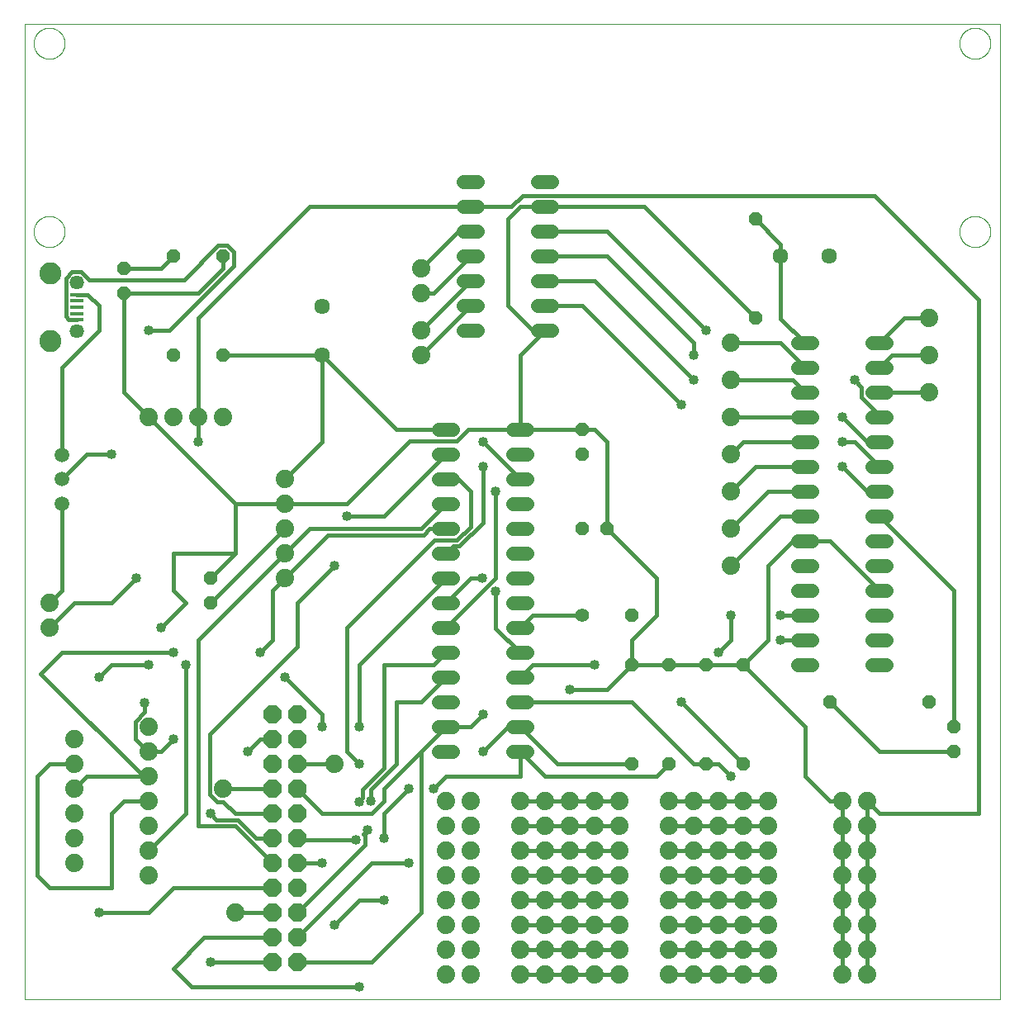
<source format=gtl>
G75*
%MOIN*%
%OFA0B0*%
%FSLAX25Y25*%
%IPPOS*%
%LPD*%
%AMOC8*
5,1,8,0,0,1.08239X$1,22.5*
%
%ADD10C,0.00000*%
%ADD11R,0.05315X0.01575*%
%ADD12C,0.05746*%
%ADD13C,0.08858*%
%ADD14C,0.07400*%
%ADD15C,0.05943*%
%ADD16OC8,0.05600*%
%ADD17C,0.06337*%
%ADD18C,0.05600*%
%ADD19OC8,0.07400*%
%ADD20C,0.05600*%
%ADD21C,0.01600*%
%ADD22C,0.04000*%
D10*
X0091250Y0003333D02*
X0091250Y0397034D01*
X0484951Y0397034D01*
X0484951Y0003333D01*
X0091250Y0003333D01*
X0095000Y0313333D02*
X0095002Y0313491D01*
X0095008Y0313648D01*
X0095018Y0313806D01*
X0095032Y0313963D01*
X0095050Y0314119D01*
X0095071Y0314276D01*
X0095097Y0314431D01*
X0095127Y0314586D01*
X0095160Y0314740D01*
X0095198Y0314893D01*
X0095239Y0315046D01*
X0095284Y0315197D01*
X0095333Y0315347D01*
X0095386Y0315495D01*
X0095442Y0315643D01*
X0095503Y0315788D01*
X0095566Y0315933D01*
X0095634Y0316075D01*
X0095705Y0316216D01*
X0095779Y0316355D01*
X0095857Y0316492D01*
X0095939Y0316627D01*
X0096023Y0316760D01*
X0096112Y0316891D01*
X0096203Y0317019D01*
X0096298Y0317146D01*
X0096395Y0317269D01*
X0096496Y0317391D01*
X0096600Y0317509D01*
X0096707Y0317625D01*
X0096817Y0317738D01*
X0096929Y0317849D01*
X0097045Y0317956D01*
X0097163Y0318061D01*
X0097283Y0318163D01*
X0097406Y0318261D01*
X0097532Y0318357D01*
X0097660Y0318449D01*
X0097790Y0318538D01*
X0097922Y0318624D01*
X0098057Y0318706D01*
X0098194Y0318785D01*
X0098332Y0318860D01*
X0098472Y0318932D01*
X0098615Y0319000D01*
X0098758Y0319065D01*
X0098904Y0319126D01*
X0099051Y0319183D01*
X0099199Y0319237D01*
X0099349Y0319287D01*
X0099499Y0319333D01*
X0099651Y0319375D01*
X0099804Y0319414D01*
X0099958Y0319448D01*
X0100113Y0319479D01*
X0100268Y0319505D01*
X0100424Y0319528D01*
X0100581Y0319547D01*
X0100738Y0319562D01*
X0100895Y0319573D01*
X0101053Y0319580D01*
X0101211Y0319583D01*
X0101368Y0319582D01*
X0101526Y0319577D01*
X0101683Y0319568D01*
X0101841Y0319555D01*
X0101997Y0319538D01*
X0102154Y0319517D01*
X0102309Y0319493D01*
X0102464Y0319464D01*
X0102619Y0319431D01*
X0102772Y0319395D01*
X0102925Y0319354D01*
X0103076Y0319310D01*
X0103226Y0319262D01*
X0103375Y0319211D01*
X0103523Y0319155D01*
X0103669Y0319096D01*
X0103814Y0319033D01*
X0103957Y0318966D01*
X0104098Y0318896D01*
X0104237Y0318823D01*
X0104375Y0318746D01*
X0104511Y0318665D01*
X0104644Y0318581D01*
X0104775Y0318494D01*
X0104904Y0318403D01*
X0105031Y0318309D01*
X0105156Y0318212D01*
X0105277Y0318112D01*
X0105397Y0318009D01*
X0105513Y0317903D01*
X0105627Y0317794D01*
X0105739Y0317682D01*
X0105847Y0317568D01*
X0105952Y0317450D01*
X0106055Y0317330D01*
X0106154Y0317208D01*
X0106250Y0317083D01*
X0106343Y0316955D01*
X0106433Y0316826D01*
X0106519Y0316694D01*
X0106603Y0316560D01*
X0106682Y0316424D01*
X0106759Y0316286D01*
X0106831Y0316146D01*
X0106900Y0316004D01*
X0106966Y0315861D01*
X0107028Y0315716D01*
X0107086Y0315569D01*
X0107141Y0315421D01*
X0107192Y0315272D01*
X0107239Y0315121D01*
X0107282Y0314970D01*
X0107321Y0314817D01*
X0107357Y0314663D01*
X0107388Y0314509D01*
X0107416Y0314354D01*
X0107440Y0314198D01*
X0107460Y0314041D01*
X0107476Y0313884D01*
X0107488Y0313727D01*
X0107496Y0313570D01*
X0107500Y0313412D01*
X0107500Y0313254D01*
X0107496Y0313096D01*
X0107488Y0312939D01*
X0107476Y0312782D01*
X0107460Y0312625D01*
X0107440Y0312468D01*
X0107416Y0312312D01*
X0107388Y0312157D01*
X0107357Y0312003D01*
X0107321Y0311849D01*
X0107282Y0311696D01*
X0107239Y0311545D01*
X0107192Y0311394D01*
X0107141Y0311245D01*
X0107086Y0311097D01*
X0107028Y0310950D01*
X0106966Y0310805D01*
X0106900Y0310662D01*
X0106831Y0310520D01*
X0106759Y0310380D01*
X0106682Y0310242D01*
X0106603Y0310106D01*
X0106519Y0309972D01*
X0106433Y0309840D01*
X0106343Y0309711D01*
X0106250Y0309583D01*
X0106154Y0309458D01*
X0106055Y0309336D01*
X0105952Y0309216D01*
X0105847Y0309098D01*
X0105739Y0308984D01*
X0105627Y0308872D01*
X0105513Y0308763D01*
X0105397Y0308657D01*
X0105277Y0308554D01*
X0105156Y0308454D01*
X0105031Y0308357D01*
X0104904Y0308263D01*
X0104775Y0308172D01*
X0104644Y0308085D01*
X0104511Y0308001D01*
X0104375Y0307920D01*
X0104237Y0307843D01*
X0104098Y0307770D01*
X0103957Y0307700D01*
X0103814Y0307633D01*
X0103669Y0307570D01*
X0103523Y0307511D01*
X0103375Y0307455D01*
X0103226Y0307404D01*
X0103076Y0307356D01*
X0102925Y0307312D01*
X0102772Y0307271D01*
X0102619Y0307235D01*
X0102464Y0307202D01*
X0102309Y0307173D01*
X0102154Y0307149D01*
X0101997Y0307128D01*
X0101841Y0307111D01*
X0101683Y0307098D01*
X0101526Y0307089D01*
X0101368Y0307084D01*
X0101211Y0307083D01*
X0101053Y0307086D01*
X0100895Y0307093D01*
X0100738Y0307104D01*
X0100581Y0307119D01*
X0100424Y0307138D01*
X0100268Y0307161D01*
X0100113Y0307187D01*
X0099958Y0307218D01*
X0099804Y0307252D01*
X0099651Y0307291D01*
X0099499Y0307333D01*
X0099349Y0307379D01*
X0099199Y0307429D01*
X0099051Y0307483D01*
X0098904Y0307540D01*
X0098758Y0307601D01*
X0098615Y0307666D01*
X0098472Y0307734D01*
X0098332Y0307806D01*
X0098194Y0307881D01*
X0098057Y0307960D01*
X0097922Y0308042D01*
X0097790Y0308128D01*
X0097660Y0308217D01*
X0097532Y0308309D01*
X0097406Y0308405D01*
X0097283Y0308503D01*
X0097163Y0308605D01*
X0097045Y0308710D01*
X0096929Y0308817D01*
X0096817Y0308928D01*
X0096707Y0309041D01*
X0096600Y0309157D01*
X0096496Y0309275D01*
X0096395Y0309397D01*
X0096298Y0309520D01*
X0096203Y0309647D01*
X0096112Y0309775D01*
X0096023Y0309906D01*
X0095939Y0310039D01*
X0095857Y0310174D01*
X0095779Y0310311D01*
X0095705Y0310450D01*
X0095634Y0310591D01*
X0095566Y0310733D01*
X0095503Y0310878D01*
X0095442Y0311023D01*
X0095386Y0311171D01*
X0095333Y0311319D01*
X0095284Y0311469D01*
X0095239Y0311620D01*
X0095198Y0311773D01*
X0095160Y0311926D01*
X0095127Y0312080D01*
X0095097Y0312235D01*
X0095071Y0312390D01*
X0095050Y0312547D01*
X0095032Y0312703D01*
X0095018Y0312860D01*
X0095008Y0313018D01*
X0095002Y0313175D01*
X0095000Y0313333D01*
X0095000Y0389333D02*
X0095002Y0389491D01*
X0095008Y0389648D01*
X0095018Y0389806D01*
X0095032Y0389963D01*
X0095050Y0390119D01*
X0095071Y0390276D01*
X0095097Y0390431D01*
X0095127Y0390586D01*
X0095160Y0390740D01*
X0095198Y0390893D01*
X0095239Y0391046D01*
X0095284Y0391197D01*
X0095333Y0391347D01*
X0095386Y0391495D01*
X0095442Y0391643D01*
X0095503Y0391788D01*
X0095566Y0391933D01*
X0095634Y0392075D01*
X0095705Y0392216D01*
X0095779Y0392355D01*
X0095857Y0392492D01*
X0095939Y0392627D01*
X0096023Y0392760D01*
X0096112Y0392891D01*
X0096203Y0393019D01*
X0096298Y0393146D01*
X0096395Y0393269D01*
X0096496Y0393391D01*
X0096600Y0393509D01*
X0096707Y0393625D01*
X0096817Y0393738D01*
X0096929Y0393849D01*
X0097045Y0393956D01*
X0097163Y0394061D01*
X0097283Y0394163D01*
X0097406Y0394261D01*
X0097532Y0394357D01*
X0097660Y0394449D01*
X0097790Y0394538D01*
X0097922Y0394624D01*
X0098057Y0394706D01*
X0098194Y0394785D01*
X0098332Y0394860D01*
X0098472Y0394932D01*
X0098615Y0395000D01*
X0098758Y0395065D01*
X0098904Y0395126D01*
X0099051Y0395183D01*
X0099199Y0395237D01*
X0099349Y0395287D01*
X0099499Y0395333D01*
X0099651Y0395375D01*
X0099804Y0395414D01*
X0099958Y0395448D01*
X0100113Y0395479D01*
X0100268Y0395505D01*
X0100424Y0395528D01*
X0100581Y0395547D01*
X0100738Y0395562D01*
X0100895Y0395573D01*
X0101053Y0395580D01*
X0101211Y0395583D01*
X0101368Y0395582D01*
X0101526Y0395577D01*
X0101683Y0395568D01*
X0101841Y0395555D01*
X0101997Y0395538D01*
X0102154Y0395517D01*
X0102309Y0395493D01*
X0102464Y0395464D01*
X0102619Y0395431D01*
X0102772Y0395395D01*
X0102925Y0395354D01*
X0103076Y0395310D01*
X0103226Y0395262D01*
X0103375Y0395211D01*
X0103523Y0395155D01*
X0103669Y0395096D01*
X0103814Y0395033D01*
X0103957Y0394966D01*
X0104098Y0394896D01*
X0104237Y0394823D01*
X0104375Y0394746D01*
X0104511Y0394665D01*
X0104644Y0394581D01*
X0104775Y0394494D01*
X0104904Y0394403D01*
X0105031Y0394309D01*
X0105156Y0394212D01*
X0105277Y0394112D01*
X0105397Y0394009D01*
X0105513Y0393903D01*
X0105627Y0393794D01*
X0105739Y0393682D01*
X0105847Y0393568D01*
X0105952Y0393450D01*
X0106055Y0393330D01*
X0106154Y0393208D01*
X0106250Y0393083D01*
X0106343Y0392955D01*
X0106433Y0392826D01*
X0106519Y0392694D01*
X0106603Y0392560D01*
X0106682Y0392424D01*
X0106759Y0392286D01*
X0106831Y0392146D01*
X0106900Y0392004D01*
X0106966Y0391861D01*
X0107028Y0391716D01*
X0107086Y0391569D01*
X0107141Y0391421D01*
X0107192Y0391272D01*
X0107239Y0391121D01*
X0107282Y0390970D01*
X0107321Y0390817D01*
X0107357Y0390663D01*
X0107388Y0390509D01*
X0107416Y0390354D01*
X0107440Y0390198D01*
X0107460Y0390041D01*
X0107476Y0389884D01*
X0107488Y0389727D01*
X0107496Y0389570D01*
X0107500Y0389412D01*
X0107500Y0389254D01*
X0107496Y0389096D01*
X0107488Y0388939D01*
X0107476Y0388782D01*
X0107460Y0388625D01*
X0107440Y0388468D01*
X0107416Y0388312D01*
X0107388Y0388157D01*
X0107357Y0388003D01*
X0107321Y0387849D01*
X0107282Y0387696D01*
X0107239Y0387545D01*
X0107192Y0387394D01*
X0107141Y0387245D01*
X0107086Y0387097D01*
X0107028Y0386950D01*
X0106966Y0386805D01*
X0106900Y0386662D01*
X0106831Y0386520D01*
X0106759Y0386380D01*
X0106682Y0386242D01*
X0106603Y0386106D01*
X0106519Y0385972D01*
X0106433Y0385840D01*
X0106343Y0385711D01*
X0106250Y0385583D01*
X0106154Y0385458D01*
X0106055Y0385336D01*
X0105952Y0385216D01*
X0105847Y0385098D01*
X0105739Y0384984D01*
X0105627Y0384872D01*
X0105513Y0384763D01*
X0105397Y0384657D01*
X0105277Y0384554D01*
X0105156Y0384454D01*
X0105031Y0384357D01*
X0104904Y0384263D01*
X0104775Y0384172D01*
X0104644Y0384085D01*
X0104511Y0384001D01*
X0104375Y0383920D01*
X0104237Y0383843D01*
X0104098Y0383770D01*
X0103957Y0383700D01*
X0103814Y0383633D01*
X0103669Y0383570D01*
X0103523Y0383511D01*
X0103375Y0383455D01*
X0103226Y0383404D01*
X0103076Y0383356D01*
X0102925Y0383312D01*
X0102772Y0383271D01*
X0102619Y0383235D01*
X0102464Y0383202D01*
X0102309Y0383173D01*
X0102154Y0383149D01*
X0101997Y0383128D01*
X0101841Y0383111D01*
X0101683Y0383098D01*
X0101526Y0383089D01*
X0101368Y0383084D01*
X0101211Y0383083D01*
X0101053Y0383086D01*
X0100895Y0383093D01*
X0100738Y0383104D01*
X0100581Y0383119D01*
X0100424Y0383138D01*
X0100268Y0383161D01*
X0100113Y0383187D01*
X0099958Y0383218D01*
X0099804Y0383252D01*
X0099651Y0383291D01*
X0099499Y0383333D01*
X0099349Y0383379D01*
X0099199Y0383429D01*
X0099051Y0383483D01*
X0098904Y0383540D01*
X0098758Y0383601D01*
X0098615Y0383666D01*
X0098472Y0383734D01*
X0098332Y0383806D01*
X0098194Y0383881D01*
X0098057Y0383960D01*
X0097922Y0384042D01*
X0097790Y0384128D01*
X0097660Y0384217D01*
X0097532Y0384309D01*
X0097406Y0384405D01*
X0097283Y0384503D01*
X0097163Y0384605D01*
X0097045Y0384710D01*
X0096929Y0384817D01*
X0096817Y0384928D01*
X0096707Y0385041D01*
X0096600Y0385157D01*
X0096496Y0385275D01*
X0096395Y0385397D01*
X0096298Y0385520D01*
X0096203Y0385647D01*
X0096112Y0385775D01*
X0096023Y0385906D01*
X0095939Y0386039D01*
X0095857Y0386174D01*
X0095779Y0386311D01*
X0095705Y0386450D01*
X0095634Y0386591D01*
X0095566Y0386733D01*
X0095503Y0386878D01*
X0095442Y0387023D01*
X0095386Y0387171D01*
X0095333Y0387319D01*
X0095284Y0387469D01*
X0095239Y0387620D01*
X0095198Y0387773D01*
X0095160Y0387926D01*
X0095127Y0388080D01*
X0095097Y0388235D01*
X0095071Y0388390D01*
X0095050Y0388547D01*
X0095032Y0388703D01*
X0095018Y0388860D01*
X0095008Y0389018D01*
X0095002Y0389175D01*
X0095000Y0389333D01*
X0468700Y0389333D02*
X0468702Y0389491D01*
X0468708Y0389648D01*
X0468718Y0389806D01*
X0468732Y0389963D01*
X0468750Y0390119D01*
X0468771Y0390276D01*
X0468797Y0390431D01*
X0468827Y0390586D01*
X0468860Y0390740D01*
X0468898Y0390893D01*
X0468939Y0391046D01*
X0468984Y0391197D01*
X0469033Y0391347D01*
X0469086Y0391495D01*
X0469142Y0391643D01*
X0469203Y0391788D01*
X0469266Y0391933D01*
X0469334Y0392075D01*
X0469405Y0392216D01*
X0469479Y0392355D01*
X0469557Y0392492D01*
X0469639Y0392627D01*
X0469723Y0392760D01*
X0469812Y0392891D01*
X0469903Y0393019D01*
X0469998Y0393146D01*
X0470095Y0393269D01*
X0470196Y0393391D01*
X0470300Y0393509D01*
X0470407Y0393625D01*
X0470517Y0393738D01*
X0470629Y0393849D01*
X0470745Y0393956D01*
X0470863Y0394061D01*
X0470983Y0394163D01*
X0471106Y0394261D01*
X0471232Y0394357D01*
X0471360Y0394449D01*
X0471490Y0394538D01*
X0471622Y0394624D01*
X0471757Y0394706D01*
X0471894Y0394785D01*
X0472032Y0394860D01*
X0472172Y0394932D01*
X0472315Y0395000D01*
X0472458Y0395065D01*
X0472604Y0395126D01*
X0472751Y0395183D01*
X0472899Y0395237D01*
X0473049Y0395287D01*
X0473199Y0395333D01*
X0473351Y0395375D01*
X0473504Y0395414D01*
X0473658Y0395448D01*
X0473813Y0395479D01*
X0473968Y0395505D01*
X0474124Y0395528D01*
X0474281Y0395547D01*
X0474438Y0395562D01*
X0474595Y0395573D01*
X0474753Y0395580D01*
X0474911Y0395583D01*
X0475068Y0395582D01*
X0475226Y0395577D01*
X0475383Y0395568D01*
X0475541Y0395555D01*
X0475697Y0395538D01*
X0475854Y0395517D01*
X0476009Y0395493D01*
X0476164Y0395464D01*
X0476319Y0395431D01*
X0476472Y0395395D01*
X0476625Y0395354D01*
X0476776Y0395310D01*
X0476926Y0395262D01*
X0477075Y0395211D01*
X0477223Y0395155D01*
X0477369Y0395096D01*
X0477514Y0395033D01*
X0477657Y0394966D01*
X0477798Y0394896D01*
X0477937Y0394823D01*
X0478075Y0394746D01*
X0478211Y0394665D01*
X0478344Y0394581D01*
X0478475Y0394494D01*
X0478604Y0394403D01*
X0478731Y0394309D01*
X0478856Y0394212D01*
X0478977Y0394112D01*
X0479097Y0394009D01*
X0479213Y0393903D01*
X0479327Y0393794D01*
X0479439Y0393682D01*
X0479547Y0393568D01*
X0479652Y0393450D01*
X0479755Y0393330D01*
X0479854Y0393208D01*
X0479950Y0393083D01*
X0480043Y0392955D01*
X0480133Y0392826D01*
X0480219Y0392694D01*
X0480303Y0392560D01*
X0480382Y0392424D01*
X0480459Y0392286D01*
X0480531Y0392146D01*
X0480600Y0392004D01*
X0480666Y0391861D01*
X0480728Y0391716D01*
X0480786Y0391569D01*
X0480841Y0391421D01*
X0480892Y0391272D01*
X0480939Y0391121D01*
X0480982Y0390970D01*
X0481021Y0390817D01*
X0481057Y0390663D01*
X0481088Y0390509D01*
X0481116Y0390354D01*
X0481140Y0390198D01*
X0481160Y0390041D01*
X0481176Y0389884D01*
X0481188Y0389727D01*
X0481196Y0389570D01*
X0481200Y0389412D01*
X0481200Y0389254D01*
X0481196Y0389096D01*
X0481188Y0388939D01*
X0481176Y0388782D01*
X0481160Y0388625D01*
X0481140Y0388468D01*
X0481116Y0388312D01*
X0481088Y0388157D01*
X0481057Y0388003D01*
X0481021Y0387849D01*
X0480982Y0387696D01*
X0480939Y0387545D01*
X0480892Y0387394D01*
X0480841Y0387245D01*
X0480786Y0387097D01*
X0480728Y0386950D01*
X0480666Y0386805D01*
X0480600Y0386662D01*
X0480531Y0386520D01*
X0480459Y0386380D01*
X0480382Y0386242D01*
X0480303Y0386106D01*
X0480219Y0385972D01*
X0480133Y0385840D01*
X0480043Y0385711D01*
X0479950Y0385583D01*
X0479854Y0385458D01*
X0479755Y0385336D01*
X0479652Y0385216D01*
X0479547Y0385098D01*
X0479439Y0384984D01*
X0479327Y0384872D01*
X0479213Y0384763D01*
X0479097Y0384657D01*
X0478977Y0384554D01*
X0478856Y0384454D01*
X0478731Y0384357D01*
X0478604Y0384263D01*
X0478475Y0384172D01*
X0478344Y0384085D01*
X0478211Y0384001D01*
X0478075Y0383920D01*
X0477937Y0383843D01*
X0477798Y0383770D01*
X0477657Y0383700D01*
X0477514Y0383633D01*
X0477369Y0383570D01*
X0477223Y0383511D01*
X0477075Y0383455D01*
X0476926Y0383404D01*
X0476776Y0383356D01*
X0476625Y0383312D01*
X0476472Y0383271D01*
X0476319Y0383235D01*
X0476164Y0383202D01*
X0476009Y0383173D01*
X0475854Y0383149D01*
X0475697Y0383128D01*
X0475541Y0383111D01*
X0475383Y0383098D01*
X0475226Y0383089D01*
X0475068Y0383084D01*
X0474911Y0383083D01*
X0474753Y0383086D01*
X0474595Y0383093D01*
X0474438Y0383104D01*
X0474281Y0383119D01*
X0474124Y0383138D01*
X0473968Y0383161D01*
X0473813Y0383187D01*
X0473658Y0383218D01*
X0473504Y0383252D01*
X0473351Y0383291D01*
X0473199Y0383333D01*
X0473049Y0383379D01*
X0472899Y0383429D01*
X0472751Y0383483D01*
X0472604Y0383540D01*
X0472458Y0383601D01*
X0472315Y0383666D01*
X0472172Y0383734D01*
X0472032Y0383806D01*
X0471894Y0383881D01*
X0471757Y0383960D01*
X0471622Y0384042D01*
X0471490Y0384128D01*
X0471360Y0384217D01*
X0471232Y0384309D01*
X0471106Y0384405D01*
X0470983Y0384503D01*
X0470863Y0384605D01*
X0470745Y0384710D01*
X0470629Y0384817D01*
X0470517Y0384928D01*
X0470407Y0385041D01*
X0470300Y0385157D01*
X0470196Y0385275D01*
X0470095Y0385397D01*
X0469998Y0385520D01*
X0469903Y0385647D01*
X0469812Y0385775D01*
X0469723Y0385906D01*
X0469639Y0386039D01*
X0469557Y0386174D01*
X0469479Y0386311D01*
X0469405Y0386450D01*
X0469334Y0386591D01*
X0469266Y0386733D01*
X0469203Y0386878D01*
X0469142Y0387023D01*
X0469086Y0387171D01*
X0469033Y0387319D01*
X0468984Y0387469D01*
X0468939Y0387620D01*
X0468898Y0387773D01*
X0468860Y0387926D01*
X0468827Y0388080D01*
X0468797Y0388235D01*
X0468771Y0388390D01*
X0468750Y0388547D01*
X0468732Y0388703D01*
X0468718Y0388860D01*
X0468708Y0389018D01*
X0468702Y0389175D01*
X0468700Y0389333D01*
X0468700Y0313333D02*
X0468702Y0313491D01*
X0468708Y0313648D01*
X0468718Y0313806D01*
X0468732Y0313963D01*
X0468750Y0314119D01*
X0468771Y0314276D01*
X0468797Y0314431D01*
X0468827Y0314586D01*
X0468860Y0314740D01*
X0468898Y0314893D01*
X0468939Y0315046D01*
X0468984Y0315197D01*
X0469033Y0315347D01*
X0469086Y0315495D01*
X0469142Y0315643D01*
X0469203Y0315788D01*
X0469266Y0315933D01*
X0469334Y0316075D01*
X0469405Y0316216D01*
X0469479Y0316355D01*
X0469557Y0316492D01*
X0469639Y0316627D01*
X0469723Y0316760D01*
X0469812Y0316891D01*
X0469903Y0317019D01*
X0469998Y0317146D01*
X0470095Y0317269D01*
X0470196Y0317391D01*
X0470300Y0317509D01*
X0470407Y0317625D01*
X0470517Y0317738D01*
X0470629Y0317849D01*
X0470745Y0317956D01*
X0470863Y0318061D01*
X0470983Y0318163D01*
X0471106Y0318261D01*
X0471232Y0318357D01*
X0471360Y0318449D01*
X0471490Y0318538D01*
X0471622Y0318624D01*
X0471757Y0318706D01*
X0471894Y0318785D01*
X0472032Y0318860D01*
X0472172Y0318932D01*
X0472315Y0319000D01*
X0472458Y0319065D01*
X0472604Y0319126D01*
X0472751Y0319183D01*
X0472899Y0319237D01*
X0473049Y0319287D01*
X0473199Y0319333D01*
X0473351Y0319375D01*
X0473504Y0319414D01*
X0473658Y0319448D01*
X0473813Y0319479D01*
X0473968Y0319505D01*
X0474124Y0319528D01*
X0474281Y0319547D01*
X0474438Y0319562D01*
X0474595Y0319573D01*
X0474753Y0319580D01*
X0474911Y0319583D01*
X0475068Y0319582D01*
X0475226Y0319577D01*
X0475383Y0319568D01*
X0475541Y0319555D01*
X0475697Y0319538D01*
X0475854Y0319517D01*
X0476009Y0319493D01*
X0476164Y0319464D01*
X0476319Y0319431D01*
X0476472Y0319395D01*
X0476625Y0319354D01*
X0476776Y0319310D01*
X0476926Y0319262D01*
X0477075Y0319211D01*
X0477223Y0319155D01*
X0477369Y0319096D01*
X0477514Y0319033D01*
X0477657Y0318966D01*
X0477798Y0318896D01*
X0477937Y0318823D01*
X0478075Y0318746D01*
X0478211Y0318665D01*
X0478344Y0318581D01*
X0478475Y0318494D01*
X0478604Y0318403D01*
X0478731Y0318309D01*
X0478856Y0318212D01*
X0478977Y0318112D01*
X0479097Y0318009D01*
X0479213Y0317903D01*
X0479327Y0317794D01*
X0479439Y0317682D01*
X0479547Y0317568D01*
X0479652Y0317450D01*
X0479755Y0317330D01*
X0479854Y0317208D01*
X0479950Y0317083D01*
X0480043Y0316955D01*
X0480133Y0316826D01*
X0480219Y0316694D01*
X0480303Y0316560D01*
X0480382Y0316424D01*
X0480459Y0316286D01*
X0480531Y0316146D01*
X0480600Y0316004D01*
X0480666Y0315861D01*
X0480728Y0315716D01*
X0480786Y0315569D01*
X0480841Y0315421D01*
X0480892Y0315272D01*
X0480939Y0315121D01*
X0480982Y0314970D01*
X0481021Y0314817D01*
X0481057Y0314663D01*
X0481088Y0314509D01*
X0481116Y0314354D01*
X0481140Y0314198D01*
X0481160Y0314041D01*
X0481176Y0313884D01*
X0481188Y0313727D01*
X0481196Y0313570D01*
X0481200Y0313412D01*
X0481200Y0313254D01*
X0481196Y0313096D01*
X0481188Y0312939D01*
X0481176Y0312782D01*
X0481160Y0312625D01*
X0481140Y0312468D01*
X0481116Y0312312D01*
X0481088Y0312157D01*
X0481057Y0312003D01*
X0481021Y0311849D01*
X0480982Y0311696D01*
X0480939Y0311545D01*
X0480892Y0311394D01*
X0480841Y0311245D01*
X0480786Y0311097D01*
X0480728Y0310950D01*
X0480666Y0310805D01*
X0480600Y0310662D01*
X0480531Y0310520D01*
X0480459Y0310380D01*
X0480382Y0310242D01*
X0480303Y0310106D01*
X0480219Y0309972D01*
X0480133Y0309840D01*
X0480043Y0309711D01*
X0479950Y0309583D01*
X0479854Y0309458D01*
X0479755Y0309336D01*
X0479652Y0309216D01*
X0479547Y0309098D01*
X0479439Y0308984D01*
X0479327Y0308872D01*
X0479213Y0308763D01*
X0479097Y0308657D01*
X0478977Y0308554D01*
X0478856Y0308454D01*
X0478731Y0308357D01*
X0478604Y0308263D01*
X0478475Y0308172D01*
X0478344Y0308085D01*
X0478211Y0308001D01*
X0478075Y0307920D01*
X0477937Y0307843D01*
X0477798Y0307770D01*
X0477657Y0307700D01*
X0477514Y0307633D01*
X0477369Y0307570D01*
X0477223Y0307511D01*
X0477075Y0307455D01*
X0476926Y0307404D01*
X0476776Y0307356D01*
X0476625Y0307312D01*
X0476472Y0307271D01*
X0476319Y0307235D01*
X0476164Y0307202D01*
X0476009Y0307173D01*
X0475854Y0307149D01*
X0475697Y0307128D01*
X0475541Y0307111D01*
X0475383Y0307098D01*
X0475226Y0307089D01*
X0475068Y0307084D01*
X0474911Y0307083D01*
X0474753Y0307086D01*
X0474595Y0307093D01*
X0474438Y0307104D01*
X0474281Y0307119D01*
X0474124Y0307138D01*
X0473968Y0307161D01*
X0473813Y0307187D01*
X0473658Y0307218D01*
X0473504Y0307252D01*
X0473351Y0307291D01*
X0473199Y0307333D01*
X0473049Y0307379D01*
X0472899Y0307429D01*
X0472751Y0307483D01*
X0472604Y0307540D01*
X0472458Y0307601D01*
X0472315Y0307666D01*
X0472172Y0307734D01*
X0472032Y0307806D01*
X0471894Y0307881D01*
X0471757Y0307960D01*
X0471622Y0308042D01*
X0471490Y0308128D01*
X0471360Y0308217D01*
X0471232Y0308309D01*
X0471106Y0308405D01*
X0470983Y0308503D01*
X0470863Y0308605D01*
X0470745Y0308710D01*
X0470629Y0308817D01*
X0470517Y0308928D01*
X0470407Y0309041D01*
X0470300Y0309157D01*
X0470196Y0309275D01*
X0470095Y0309397D01*
X0469998Y0309520D01*
X0469903Y0309647D01*
X0469812Y0309775D01*
X0469723Y0309906D01*
X0469639Y0310039D01*
X0469557Y0310174D01*
X0469479Y0310311D01*
X0469405Y0310450D01*
X0469334Y0310591D01*
X0469266Y0310733D01*
X0469203Y0310878D01*
X0469142Y0311023D01*
X0469086Y0311171D01*
X0469033Y0311319D01*
X0468984Y0311469D01*
X0468939Y0311620D01*
X0468898Y0311773D01*
X0468860Y0311926D01*
X0468827Y0312080D01*
X0468797Y0312235D01*
X0468771Y0312390D01*
X0468750Y0312547D01*
X0468732Y0312703D01*
X0468718Y0312860D01*
X0468708Y0313018D01*
X0468702Y0313175D01*
X0468700Y0313333D01*
D11*
X0112380Y0287951D03*
X0112380Y0285392D03*
X0112380Y0282833D03*
X0112380Y0280274D03*
X0112380Y0277715D03*
D12*
X0112380Y0272991D03*
X0112380Y0292676D03*
D13*
X0101750Y0296613D03*
X0101750Y0269054D03*
D14*
X0141250Y0238333D03*
X0151250Y0238333D03*
X0161250Y0238333D03*
X0171250Y0238333D03*
X0196250Y0213333D03*
X0196250Y0203333D03*
X0196250Y0193333D03*
X0196250Y0183333D03*
X0196250Y0173333D03*
X0141250Y0113333D03*
X0141250Y0103333D03*
X0141250Y0093333D03*
X0141250Y0083333D03*
X0141250Y0073333D03*
X0141250Y0063333D03*
X0141250Y0053333D03*
X0111250Y0058333D03*
X0111250Y0068333D03*
X0111250Y0078333D03*
X0111250Y0088333D03*
X0111250Y0098333D03*
X0111250Y0108333D03*
X0101250Y0153333D03*
X0101250Y0163333D03*
X0171250Y0088333D03*
X0216250Y0098333D03*
X0261250Y0083333D03*
X0261250Y0073333D03*
X0271250Y0073333D03*
X0271250Y0083333D03*
X0291250Y0083333D03*
X0291250Y0073333D03*
X0301250Y0073333D03*
X0311250Y0073333D03*
X0321250Y0073333D03*
X0331250Y0073333D03*
X0331250Y0083333D03*
X0321250Y0083333D03*
X0311250Y0083333D03*
X0301250Y0083333D03*
X0301250Y0063333D03*
X0301250Y0053333D03*
X0291250Y0053333D03*
X0291250Y0063333D03*
X0271250Y0063333D03*
X0271250Y0053333D03*
X0261250Y0053333D03*
X0261250Y0063333D03*
X0261250Y0043333D03*
X0261250Y0033333D03*
X0271250Y0033333D03*
X0271250Y0043333D03*
X0291250Y0043333D03*
X0291250Y0033333D03*
X0301250Y0033333D03*
X0311250Y0033333D03*
X0321250Y0033333D03*
X0331250Y0033333D03*
X0331250Y0043333D03*
X0321250Y0043333D03*
X0311250Y0043333D03*
X0301250Y0043333D03*
X0311250Y0053333D03*
X0321250Y0053333D03*
X0331250Y0053333D03*
X0331250Y0063333D03*
X0321250Y0063333D03*
X0311250Y0063333D03*
X0351250Y0063333D03*
X0351250Y0053333D03*
X0351250Y0043333D03*
X0351250Y0033333D03*
X0351250Y0023333D03*
X0351250Y0013333D03*
X0361250Y0013333D03*
X0371250Y0013333D03*
X0381250Y0013333D03*
X0391250Y0013333D03*
X0391250Y0023333D03*
X0381250Y0023333D03*
X0371250Y0023333D03*
X0361250Y0023333D03*
X0361250Y0033333D03*
X0371250Y0033333D03*
X0381250Y0033333D03*
X0391250Y0033333D03*
X0391250Y0043333D03*
X0381250Y0043333D03*
X0371250Y0043333D03*
X0361250Y0043333D03*
X0361250Y0053333D03*
X0371250Y0053333D03*
X0381250Y0053333D03*
X0391250Y0053333D03*
X0391250Y0063333D03*
X0381250Y0063333D03*
X0371250Y0063333D03*
X0361250Y0063333D03*
X0361250Y0073333D03*
X0371250Y0073333D03*
X0381250Y0073333D03*
X0391250Y0073333D03*
X0391250Y0083333D03*
X0381250Y0083333D03*
X0371250Y0083333D03*
X0361250Y0083333D03*
X0351250Y0083333D03*
X0351250Y0073333D03*
X0331250Y0023333D03*
X0331250Y0013333D03*
X0321250Y0013333D03*
X0311250Y0013333D03*
X0301250Y0013333D03*
X0291250Y0013333D03*
X0291250Y0023333D03*
X0301250Y0023333D03*
X0311250Y0023333D03*
X0321250Y0023333D03*
X0271250Y0023333D03*
X0271250Y0013333D03*
X0261250Y0013333D03*
X0261250Y0023333D03*
X0176250Y0038333D03*
X0376250Y0178333D03*
X0376250Y0193333D03*
X0376250Y0208333D03*
X0376250Y0223333D03*
X0376250Y0238333D03*
X0376250Y0253333D03*
X0376250Y0268333D03*
X0456250Y0263333D03*
X0456250Y0248333D03*
X0456250Y0278333D03*
X0251250Y0273333D03*
X0251250Y0263333D03*
X0251250Y0288333D03*
X0251250Y0298333D03*
X0421250Y0083333D03*
X0421250Y0073333D03*
X0431250Y0073333D03*
X0431250Y0083333D03*
X0431250Y0063333D03*
X0431250Y0053333D03*
X0421250Y0053333D03*
X0421250Y0063333D03*
X0421250Y0043333D03*
X0421250Y0033333D03*
X0431250Y0033333D03*
X0431250Y0043333D03*
X0431250Y0023333D03*
X0431250Y0013333D03*
X0421250Y0013333D03*
X0421250Y0023333D03*
D15*
X0106250Y0203491D03*
X0106250Y0213333D03*
X0106250Y0223176D03*
D16*
X0151250Y0263333D03*
X0171250Y0263333D03*
X0131250Y0288333D03*
X0131250Y0298333D03*
X0151250Y0303333D03*
X0171250Y0303333D03*
X0316250Y0233333D03*
X0316250Y0223333D03*
X0316250Y0193333D03*
X0326250Y0193333D03*
X0336250Y0158333D03*
X0336250Y0138333D03*
X0351250Y0138333D03*
X0366250Y0138333D03*
X0381250Y0138333D03*
X0416250Y0123333D03*
X0381250Y0098333D03*
X0366250Y0098333D03*
X0351250Y0098333D03*
X0336250Y0098333D03*
X0456250Y0123333D03*
X0466250Y0113333D03*
X0466250Y0103333D03*
X0386250Y0278333D03*
X0386250Y0318333D03*
X0166250Y0173333D03*
X0166250Y0163333D03*
D17*
X0211250Y0263491D03*
X0211250Y0283176D03*
X0396407Y0303333D03*
X0416093Y0303333D03*
D18*
X0409050Y0268333D02*
X0403450Y0268333D01*
X0403450Y0258333D02*
X0409050Y0258333D01*
X0409050Y0248333D02*
X0403450Y0248333D01*
X0403450Y0238333D02*
X0409050Y0238333D01*
X0409050Y0228333D02*
X0403450Y0228333D01*
X0403450Y0218333D02*
X0409050Y0218333D01*
X0409050Y0208333D02*
X0403450Y0208333D01*
X0403450Y0198333D02*
X0409050Y0198333D01*
X0409050Y0188333D02*
X0403450Y0188333D01*
X0403450Y0178333D02*
X0409050Y0178333D01*
X0409050Y0168333D02*
X0403450Y0168333D01*
X0403450Y0158333D02*
X0409050Y0158333D01*
X0409050Y0148333D02*
X0403450Y0148333D01*
X0403450Y0138333D02*
X0409050Y0138333D01*
X0433450Y0138333D02*
X0439050Y0138333D01*
X0439050Y0148333D02*
X0433450Y0148333D01*
X0433450Y0158333D02*
X0439050Y0158333D01*
X0439050Y0168333D02*
X0433450Y0168333D01*
X0433450Y0178333D02*
X0439050Y0178333D01*
X0439050Y0188333D02*
X0433450Y0188333D01*
X0433450Y0198333D02*
X0439050Y0198333D01*
X0439050Y0208333D02*
X0433450Y0208333D01*
X0433450Y0218333D02*
X0439050Y0218333D01*
X0439050Y0228333D02*
X0433450Y0228333D01*
X0433450Y0238333D02*
X0439050Y0238333D01*
X0439050Y0248333D02*
X0433450Y0248333D01*
X0433450Y0258333D02*
X0439050Y0258333D01*
X0439050Y0268333D02*
X0433450Y0268333D01*
X0304050Y0273333D02*
X0298450Y0273333D01*
X0298450Y0283333D02*
X0304050Y0283333D01*
X0304050Y0293333D02*
X0298450Y0293333D01*
X0298450Y0303333D02*
X0304050Y0303333D01*
X0304050Y0313333D02*
X0298450Y0313333D01*
X0298450Y0323333D02*
X0304050Y0323333D01*
X0304050Y0333333D02*
X0298450Y0333333D01*
X0274050Y0333333D02*
X0268450Y0333333D01*
X0268450Y0323333D02*
X0274050Y0323333D01*
X0274050Y0313333D02*
X0268450Y0313333D01*
X0268450Y0303333D02*
X0274050Y0303333D01*
X0274050Y0293333D02*
X0268450Y0293333D01*
X0268450Y0283333D02*
X0274050Y0283333D01*
X0274050Y0273333D02*
X0268450Y0273333D01*
X0264050Y0233333D02*
X0258450Y0233333D01*
X0258450Y0223333D02*
X0264050Y0223333D01*
X0264050Y0213333D02*
X0258450Y0213333D01*
X0258450Y0203333D02*
X0264050Y0203333D01*
X0264050Y0193333D02*
X0258450Y0193333D01*
X0258450Y0183333D02*
X0264050Y0183333D01*
X0264050Y0173333D02*
X0258450Y0173333D01*
X0258450Y0163333D02*
X0264050Y0163333D01*
X0264050Y0153333D02*
X0258450Y0153333D01*
X0258450Y0143333D02*
X0264050Y0143333D01*
X0264050Y0133333D02*
X0258450Y0133333D01*
X0258450Y0123333D02*
X0264050Y0123333D01*
X0264050Y0113333D02*
X0258450Y0113333D01*
X0258450Y0103333D02*
X0264050Y0103333D01*
X0288450Y0103333D02*
X0294050Y0103333D01*
X0294050Y0113333D02*
X0288450Y0113333D01*
X0288450Y0123333D02*
X0294050Y0123333D01*
X0294050Y0133333D02*
X0288450Y0133333D01*
X0288450Y0143333D02*
X0294050Y0143333D01*
X0294050Y0153333D02*
X0288450Y0153333D01*
X0288450Y0163333D02*
X0294050Y0163333D01*
X0294050Y0173333D02*
X0288450Y0173333D01*
X0288450Y0183333D02*
X0294050Y0183333D01*
X0294050Y0193333D02*
X0288450Y0193333D01*
X0288450Y0203333D02*
X0294050Y0203333D01*
X0294050Y0213333D02*
X0288450Y0213333D01*
X0288450Y0223333D02*
X0294050Y0223333D01*
X0294050Y0233333D02*
X0288450Y0233333D01*
D19*
X0201250Y0118333D03*
X0201250Y0108333D03*
X0191250Y0108333D03*
X0191250Y0118333D03*
X0191250Y0098333D03*
X0191250Y0088333D03*
X0201250Y0088333D03*
X0201250Y0098333D03*
X0201250Y0078333D03*
X0201250Y0068333D03*
X0191250Y0068333D03*
X0191250Y0078333D03*
X0191250Y0058333D03*
X0191250Y0048333D03*
X0201250Y0048333D03*
X0201250Y0058333D03*
X0201250Y0038333D03*
X0201250Y0028333D03*
X0191250Y0028333D03*
X0191250Y0038333D03*
X0191250Y0018333D03*
X0201250Y0018333D03*
D20*
X0316250Y0158333D03*
D21*
X0296250Y0158333D01*
X0291250Y0153333D01*
X0281296Y0153288D02*
X0291250Y0143333D01*
X0296250Y0138333D02*
X0291250Y0133333D01*
X0296250Y0138333D02*
X0321250Y0138333D01*
X0326250Y0128333D02*
X0311250Y0128333D01*
X0326250Y0128333D02*
X0336250Y0138333D01*
X0336250Y0148333D01*
X0346250Y0158333D01*
X0346250Y0173333D01*
X0326250Y0193333D01*
X0326250Y0228333D01*
X0321250Y0233333D01*
X0316250Y0233333D01*
X0291250Y0233333D01*
X0270273Y0233333D01*
X0265873Y0228933D01*
X0246850Y0228933D01*
X0221250Y0203333D01*
X0196250Y0203333D01*
X0176250Y0203333D01*
X0176250Y0183333D01*
X0151250Y0183333D01*
X0151250Y0168333D01*
X0156250Y0163333D01*
X0146250Y0153333D01*
X0151250Y0143333D02*
X0106250Y0143333D01*
X0097750Y0134833D01*
X0139250Y0093333D01*
X0141250Y0093333D01*
X0116250Y0093333D01*
X0111250Y0088333D01*
X0111250Y0098333D02*
X0101250Y0098333D01*
X0096250Y0093333D01*
X0096250Y0053333D01*
X0101250Y0048333D01*
X0126250Y0048333D01*
X0126250Y0078333D01*
X0131250Y0083333D01*
X0141250Y0083333D01*
X0156250Y0078333D02*
X0156250Y0138333D01*
X0161250Y0148333D02*
X0161250Y0073333D01*
X0176250Y0073333D01*
X0191250Y0058333D01*
X0191250Y0048333D02*
X0151250Y0048333D01*
X0141250Y0038333D01*
X0121250Y0038333D01*
X0141250Y0063333D02*
X0156250Y0078333D01*
X0166250Y0078333D02*
X0168850Y0075733D01*
X0177244Y0075733D01*
X0184644Y0068333D01*
X0191250Y0068333D01*
X0201250Y0068333D02*
X0201747Y0067836D01*
X0225050Y0067836D01*
X0227947Y0070030D02*
X0229850Y0071933D01*
X0227947Y0070030D02*
X0228650Y0069327D01*
X0228650Y0065733D01*
X0201250Y0038333D01*
X0201250Y0028333D02*
X0231250Y0058333D01*
X0246250Y0058333D01*
X0236250Y0068333D02*
X0236250Y0078333D01*
X0246250Y0088333D01*
X0236250Y0088333D02*
X0236250Y0083333D01*
X0231250Y0078333D01*
X0211250Y0078333D01*
X0201250Y0088333D01*
X0191250Y0088333D02*
X0171250Y0088333D01*
X0165950Y0086138D02*
X0169055Y0083033D01*
X0171550Y0083033D01*
X0176250Y0078333D01*
X0191250Y0078333D01*
X0201250Y0058333D02*
X0211250Y0058333D01*
X0226250Y0043333D02*
X0216250Y0033333D01*
X0226250Y0043333D02*
X0236250Y0043333D01*
X0251250Y0038333D02*
X0251250Y0103333D01*
X0261250Y0113333D01*
X0236250Y0088333D01*
X0231204Y0088288D02*
X0241250Y0098333D01*
X0241250Y0123333D01*
X0251250Y0123333D01*
X0261250Y0133333D01*
X0256250Y0138333D02*
X0236250Y0138333D01*
X0236250Y0096727D01*
X0227604Y0088082D01*
X0227604Y0084688D01*
X0226250Y0083333D01*
X0226296Y0083288D01*
X0231204Y0083379D02*
X0231204Y0088288D01*
X0226250Y0098333D02*
X0221250Y0103333D01*
X0221250Y0153333D01*
X0256850Y0188933D01*
X0265873Y0188933D01*
X0271250Y0194311D01*
X0271250Y0208333D01*
X0266250Y0213333D01*
X0261250Y0213333D01*
X0261250Y0223333D02*
X0236250Y0198333D01*
X0221250Y0198333D01*
X0213850Y0190933D02*
X0252244Y0190933D01*
X0254644Y0193333D01*
X0261250Y0193333D01*
X0264450Y0186533D02*
X0266867Y0186533D01*
X0276250Y0195917D01*
X0276250Y0218333D01*
X0281250Y0208333D02*
X0281250Y0173333D01*
X0261250Y0153333D01*
X0261250Y0163333D02*
X0271250Y0173333D01*
X0276250Y0173333D01*
X0276204Y0173379D01*
X0281296Y0168288D02*
X0281296Y0153288D01*
X0261250Y0143333D02*
X0256250Y0138333D01*
X0276250Y0118333D02*
X0271250Y0113333D01*
X0261250Y0113333D01*
X0276250Y0103333D02*
X0286250Y0113333D01*
X0291250Y0113333D01*
X0306250Y0098333D01*
X0336250Y0098333D01*
X0346250Y0093333D02*
X0301250Y0093333D01*
X0291250Y0103333D01*
X0291250Y0093333D01*
X0261250Y0093333D01*
X0256250Y0088333D01*
X0226250Y0113333D02*
X0226250Y0138333D01*
X0261250Y0173333D01*
X0261250Y0183333D02*
X0264450Y0186533D01*
X0251250Y0193333D02*
X0206250Y0193333D01*
X0196250Y0183333D01*
X0161250Y0148333D01*
X0166250Y0163333D02*
X0196250Y0193333D01*
X0213850Y0190933D02*
X0196250Y0173333D01*
X0191250Y0168333D01*
X0191250Y0148333D01*
X0186250Y0143333D01*
X0196250Y0133333D02*
X0211250Y0118333D01*
X0211250Y0113333D01*
X0216250Y0098333D02*
X0201250Y0098333D01*
X0191250Y0108333D02*
X0186250Y0108333D01*
X0181250Y0103333D01*
X0165950Y0110529D02*
X0165950Y0086138D01*
X0146250Y0103333D02*
X0151250Y0108333D01*
X0146250Y0103333D02*
X0141250Y0103333D01*
X0135950Y0108633D01*
X0135950Y0115529D01*
X0139850Y0119429D01*
X0139850Y0123233D01*
X0141159Y0138333D02*
X0126250Y0138333D01*
X0121250Y0133333D01*
X0141159Y0138333D02*
X0141204Y0138379D01*
X0141250Y0138333D01*
X0126250Y0163333D02*
X0111250Y0163333D01*
X0101250Y0153333D01*
X0101250Y0163333D02*
X0106250Y0168333D01*
X0106250Y0203491D01*
X0106250Y0213333D02*
X0116250Y0223333D01*
X0126250Y0223333D01*
X0106250Y0223176D02*
X0106250Y0258333D01*
X0121250Y0273333D01*
X0121250Y0283333D01*
X0116632Y0287951D01*
X0112380Y0287951D01*
X0117449Y0293933D02*
X0155627Y0293933D01*
X0169427Y0307733D01*
X0173073Y0307733D01*
X0175650Y0305156D01*
X0175650Y0299339D01*
X0149644Y0273333D01*
X0141250Y0273333D01*
X0131250Y0288333D02*
X0161250Y0288333D01*
X0171250Y0298333D01*
X0171250Y0303333D01*
X0151250Y0303333D02*
X0146250Y0298333D01*
X0131250Y0298333D01*
X0131250Y0288333D02*
X0131250Y0248333D01*
X0141250Y0238333D01*
X0176250Y0203333D01*
X0196250Y0213333D02*
X0211250Y0228333D01*
X0211250Y0263491D01*
X0211329Y0263412D01*
X0171329Y0263412D01*
X0171250Y0263333D01*
X0161250Y0278333D02*
X0206250Y0323333D01*
X0271250Y0323333D01*
X0287856Y0323333D01*
X0292256Y0327733D01*
X0434448Y0327733D01*
X0476250Y0285932D01*
X0476250Y0078333D01*
X0436250Y0078333D01*
X0431250Y0083333D01*
X0431250Y0073333D01*
X0431250Y0063333D01*
X0431250Y0053333D01*
X0431250Y0043333D01*
X0431250Y0033333D01*
X0431250Y0023333D01*
X0431250Y0013333D01*
X0421250Y0013333D02*
X0421250Y0023333D01*
X0421250Y0033333D01*
X0421250Y0043333D01*
X0421250Y0053333D01*
X0421250Y0063333D01*
X0421250Y0073333D01*
X0421250Y0083333D01*
X0416250Y0083333D01*
X0406250Y0093333D01*
X0406250Y0113333D01*
X0381250Y0138333D01*
X0391250Y0148333D01*
X0391250Y0178333D01*
X0401250Y0188333D01*
X0406250Y0188333D01*
X0416250Y0188333D01*
X0436250Y0168333D01*
X0466250Y0168333D02*
X0466250Y0113333D01*
X0466250Y0103333D02*
X0436250Y0103333D01*
X0416250Y0123333D01*
X0406250Y0148333D02*
X0396250Y0148333D01*
X0396250Y0158333D02*
X0406250Y0158333D01*
X0381250Y0138333D02*
X0366250Y0138333D01*
X0351250Y0138333D01*
X0336250Y0138333D01*
X0336250Y0123333D02*
X0361250Y0098333D01*
X0366250Y0098333D01*
X0371250Y0098333D01*
X0376250Y0093333D01*
X0381250Y0098333D02*
X0356250Y0123333D01*
X0336250Y0123333D02*
X0291250Y0123333D01*
X0291250Y0083333D02*
X0301250Y0083333D01*
X0311250Y0083333D01*
X0321250Y0083333D01*
X0331250Y0083333D01*
X0331250Y0073333D02*
X0321250Y0073333D01*
X0311250Y0073333D01*
X0301250Y0073333D01*
X0291250Y0073333D01*
X0291250Y0063333D02*
X0301250Y0063333D01*
X0311250Y0063333D01*
X0321250Y0063333D01*
X0331250Y0063333D01*
X0331250Y0053333D02*
X0321250Y0053333D01*
X0311250Y0053333D01*
X0301250Y0053333D01*
X0291250Y0053333D02*
X0311250Y0053333D01*
X0311250Y0043333D02*
X0301250Y0043333D01*
X0291250Y0043333D01*
X0291250Y0033333D02*
X0301250Y0033333D01*
X0311250Y0033333D01*
X0321250Y0033333D01*
X0331250Y0033333D01*
X0331250Y0043333D02*
X0321250Y0043333D01*
X0311250Y0043333D01*
X0311250Y0023333D02*
X0301250Y0023333D01*
X0291250Y0023333D01*
X0291250Y0013333D02*
X0331250Y0013333D01*
X0331250Y0023333D02*
X0321250Y0023333D01*
X0311250Y0023333D01*
X0351250Y0023333D02*
X0361250Y0023333D01*
X0371250Y0023333D01*
X0381250Y0023333D01*
X0391250Y0023333D01*
X0391250Y0013333D02*
X0381250Y0013333D01*
X0371250Y0013333D01*
X0361250Y0013333D01*
X0351250Y0013333D01*
X0351250Y0033333D02*
X0361250Y0033333D01*
X0371250Y0033333D01*
X0381250Y0033333D01*
X0391250Y0033333D01*
X0391250Y0043333D02*
X0381250Y0043333D01*
X0371250Y0043333D01*
X0361250Y0043333D01*
X0351250Y0043333D01*
X0351250Y0053333D02*
X0361250Y0053333D01*
X0371250Y0053333D01*
X0381250Y0053333D01*
X0391250Y0053333D01*
X0391250Y0063333D02*
X0381250Y0063333D01*
X0371250Y0063333D01*
X0361250Y0063333D01*
X0351250Y0063333D01*
X0351250Y0073333D02*
X0361250Y0073333D01*
X0371250Y0073333D01*
X0381250Y0073333D01*
X0391250Y0073333D01*
X0391250Y0083333D02*
X0381250Y0083333D01*
X0371250Y0083333D01*
X0361250Y0083333D01*
X0351250Y0083333D01*
X0346250Y0093333D02*
X0351250Y0098333D01*
X0371250Y0143333D02*
X0376250Y0148333D01*
X0376250Y0158333D01*
X0376250Y0178333D02*
X0396250Y0198333D01*
X0406250Y0198333D01*
X0406250Y0208333D02*
X0391250Y0208333D01*
X0376250Y0193333D01*
X0376250Y0208333D02*
X0386250Y0218333D01*
X0406250Y0218333D01*
X0406250Y0228333D02*
X0381250Y0228333D01*
X0376250Y0223333D01*
X0376250Y0238333D02*
X0406250Y0238333D01*
X0406250Y0248333D02*
X0401250Y0253333D01*
X0376250Y0253333D01*
X0361250Y0253333D02*
X0321250Y0293333D01*
X0301250Y0293333D01*
X0301250Y0303333D02*
X0326250Y0303333D01*
X0361250Y0268333D01*
X0361250Y0263333D01*
X0366250Y0273333D02*
X0326250Y0313333D01*
X0301250Y0313333D01*
X0301250Y0323333D02*
X0291250Y0323333D01*
X0286250Y0318333D01*
X0286250Y0283333D01*
X0296250Y0273333D01*
X0301250Y0273333D01*
X0291250Y0263333D01*
X0291250Y0233333D01*
X0276250Y0228333D02*
X0291250Y0213333D01*
X0261250Y0203333D02*
X0251250Y0193333D01*
X0216250Y0178333D02*
X0201250Y0163333D01*
X0201250Y0145829D01*
X0165950Y0110529D01*
X0126250Y0163333D02*
X0136250Y0173333D01*
X0166250Y0173333D02*
X0176250Y0183333D01*
X0161250Y0228333D02*
X0161250Y0238333D01*
X0161250Y0278333D01*
X0117449Y0293933D02*
X0114233Y0297149D01*
X0110527Y0297149D01*
X0107907Y0294529D01*
X0107907Y0279040D01*
X0109060Y0277887D01*
X0112208Y0277887D01*
X0112380Y0277715D01*
X0211329Y0263412D02*
X0241407Y0233333D01*
X0261250Y0233333D01*
X0251250Y0263333D02*
X0271250Y0283333D01*
X0271250Y0293333D02*
X0251250Y0273333D01*
X0251250Y0288333D02*
X0256250Y0288333D01*
X0271250Y0303333D01*
X0271250Y0313333D02*
X0266250Y0313333D01*
X0251250Y0298333D01*
X0301250Y0283333D02*
X0316250Y0283333D01*
X0356250Y0243333D01*
X0376250Y0268333D02*
X0396250Y0268333D01*
X0406250Y0258333D01*
X0406250Y0268333D02*
X0396407Y0278176D01*
X0396407Y0303333D01*
X0396407Y0308176D01*
X0386250Y0318333D01*
X0386250Y0278333D02*
X0341250Y0323333D01*
X0301250Y0323333D01*
X0421250Y0238333D02*
X0431250Y0228333D01*
X0436250Y0228333D01*
X0426250Y0228333D02*
X0436250Y0218333D01*
X0436250Y0208333D02*
X0431250Y0208333D01*
X0421250Y0218333D01*
X0421250Y0228333D02*
X0426250Y0228333D01*
X0436250Y0238333D02*
X0436250Y0239311D01*
X0429050Y0246511D01*
X0429050Y0250533D01*
X0426250Y0253333D01*
X0436250Y0248333D02*
X0456250Y0248333D01*
X0456250Y0263333D02*
X0441250Y0263333D01*
X0436250Y0258333D01*
X0436250Y0268333D02*
X0446250Y0278333D01*
X0456250Y0278333D01*
X0436250Y0198333D02*
X0466250Y0168333D01*
X0251250Y0038333D02*
X0231250Y0018333D01*
X0201250Y0018333D01*
X0191250Y0018333D02*
X0166250Y0018333D01*
X0158755Y0008333D02*
X0226250Y0008333D01*
X0191250Y0028333D02*
X0163755Y0028333D01*
X0151255Y0015833D01*
X0158755Y0008333D01*
X0176250Y0038333D02*
X0191250Y0038333D01*
D22*
X0216250Y0033333D03*
X0236250Y0043333D03*
X0246250Y0058333D03*
X0236250Y0068333D03*
X0229850Y0071933D03*
X0225050Y0067836D03*
X0211250Y0058333D03*
X0226296Y0083288D03*
X0231204Y0083379D03*
X0246250Y0088333D03*
X0256250Y0088333D03*
X0276250Y0103333D03*
X0276250Y0118333D03*
X0311250Y0128333D03*
X0321250Y0138333D03*
X0356250Y0123333D03*
X0371250Y0143333D03*
X0376250Y0158333D03*
X0396250Y0158333D03*
X0396250Y0148333D03*
X0376250Y0093333D03*
X0281296Y0168288D03*
X0276204Y0173379D03*
X0281250Y0208333D03*
X0276250Y0218333D03*
X0276250Y0228333D03*
X0221250Y0198333D03*
X0216250Y0178333D03*
X0186250Y0143333D03*
X0196250Y0133333D03*
X0211250Y0113333D03*
X0226250Y0113333D03*
X0226250Y0098333D03*
X0181250Y0103333D03*
X0166250Y0078333D03*
X0151250Y0108333D03*
X0139850Y0123233D03*
X0141250Y0138333D03*
X0151250Y0143333D03*
X0156250Y0138333D03*
X0146250Y0153333D03*
X0136250Y0173333D03*
X0121250Y0133333D03*
X0126250Y0223333D03*
X0161250Y0228333D03*
X0141250Y0273333D03*
X0356250Y0243333D03*
X0361250Y0253333D03*
X0361250Y0263333D03*
X0366250Y0273333D03*
X0421250Y0238333D03*
X0421250Y0228333D03*
X0421250Y0218333D03*
X0426250Y0253333D03*
X0166250Y0018333D03*
X0121250Y0038333D03*
X0226250Y0008333D03*
M02*

</source>
